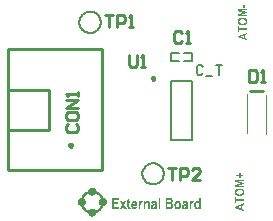
<source format=gto>
%FSTAX23Y23*%
%MOIN*%
%SFA1B1*%

%IPPOS*%
%ADD21C,0.010000*%
%ADD26C,0.009800*%
%ADD27C,0.005900*%
%ADD28C,0.001000*%
%ADD29C,0.007900*%
%ADD30C,0.003900*%
%ADD31C,0.006000*%
%LNvapeix_eeprom_test-1*%
%LPD*%
G36*
X02307Y03064D02*
X02307Y03064D01*
X02308Y03063*
X02309Y03063*
X02309Y03063*
X0231Y03062*
X0231*
X0231Y03062*
X02311Y03062*
X02311Y03061*
X02311Y03061*
X02312Y0306*
X02312Y0306*
X02312Y03059*
X02313Y03059*
Y03059*
X02313Y03058*
X02313Y03057*
X02313Y03057*
X02313Y03056*
X02313Y03054*
Y03053*
Y03036*
X02307*
Y0305*
Y0305*
Y0305*
Y03051*
Y03051*
Y03051*
X02307Y03052*
Y03053*
Y03054*
X02307Y03055*
X02307Y03055*
X02307Y03056*
Y03056*
X02307Y03056*
X02307Y03056*
X02306Y03057*
X02306Y03057*
X02306Y03058*
X02306Y03058*
X02306*
X02305Y03058*
X02305Y03058*
X02305Y03058*
X02304*
X02304Y03058*
X02303*
X02303Y03058*
X02303*
X02302Y03058*
X02302Y03058*
X02302Y03058*
X02301Y03057*
X02301Y03057*
X02301Y03057*
X023Y03057*
X023Y03056*
X023Y03056*
X023Y03055*
X02299Y03055*
Y03055*
Y03054*
X02299Y03054*
X02299Y03053*
X02299Y03053*
Y03053*
Y03052*
X02299Y03051*
Y03051*
Y0305*
Y03049*
Y03049*
Y03036*
X02293*
Y03063*
X02299*
Y03059*
X02299Y03059*
X02299Y0306*
X02299Y0306*
X023Y0306*
X023Y03061*
X02301Y03062*
X02301Y03062*
X02302Y03063*
X02302*
X02302Y03063*
X02303Y03063*
X02303Y03063*
X02304Y03063*
X02304Y03064*
X02305Y03064*
X02306Y03064*
X02306*
X02307Y03064*
G37*
G36*
X02228Y0305D02*
X02236Y03036D01*
X02229*
X02224Y03044*
X0222Y03036*
X02213*
X02221Y0305*
X02213Y03063*
X0222*
X02224Y03056*
X02228Y03063*
X02235*
X02228Y0305*
G37*
G36*
X02432Y03064D02*
X02433D01*
X02434Y03063*
X02435Y03063*
X02436Y03063*
X02437Y03063*
X02437Y03063*
X02437Y03063*
X02437Y03062*
X02438Y03062*
X02438Y03062*
X02439Y03061*
X02439Y03061*
X02439Y0306*
X02439Y0306*
X0244Y0306*
X0244Y03059*
X0244Y03059*
X0244Y03058*
X0244Y03058*
Y03058*
X0244Y03057*
X0244Y03056*
X0244Y03056*
Y03055*
Y03054*
Y03053*
Y03045*
Y03045*
Y03045*
Y03045*
Y03044*
Y03043*
Y03042*
X0244Y03042*
Y03041*
X0244Y0304*
X02441Y0304*
X02441Y03039*
X02441Y03039*
X02441Y03038*
X02441Y03038*
X02441Y03037*
X02442Y03036*
X02436*
X02435Y03039*
X02435*
X02435Y03039*
X02434Y03039*
X02434Y03038*
X02434Y03038*
X02433Y03037*
X02432Y03037*
X02432Y03037*
X02432*
X02432Y03037*
X02431Y03036*
X02431Y03036*
X0243Y03036*
X0243Y03036*
X02429Y03036*
X02428Y03036*
X02428*
X02428Y03036*
X02427Y03036*
X02426Y03036*
X02426Y03036*
X02425Y03037*
X02424Y03037*
X02423Y03038*
X02423Y03038*
X02423Y03038*
X02422Y03039*
X02422Y03039*
X02422Y0304*
X02421Y03041*
X02421Y03042*
X02421Y03044*
Y03044*
Y03044*
Y03044*
X02421Y03045*
X02421Y03046*
X02421Y03046*
X02421Y03047*
X02422Y03048*
X02422Y03048*
X02422Y03048*
X02422Y03048*
X02422Y03049*
X02423Y03049*
X02423Y03049*
X02424Y0305*
X02424Y0305*
X02424Y0305*
X02424Y0305*
X02425Y03051*
X02425Y03051*
X02426Y03051*
X02427Y03051*
X02428Y03052*
X02429Y03052*
X02429*
X02429Y03052*
X0243*
X0243Y03052*
X0243Y03052*
X02431Y03053*
X02432Y03053*
X02433Y03053*
X02434Y03054*
X02434Y03054*
X02435Y03054*
Y03054*
Y03054*
Y03055*
Y03055*
Y03056*
X02434Y03056*
X02434Y03056*
X02434Y03057*
Y03057*
X02434Y03057*
X02434Y03057*
X02433Y03058*
X02433Y03058*
X02433Y03058*
X02432Y03058*
X02432*
X02432Y03058*
X02431Y03058*
X0243*
X0243Y03058*
X0243*
X02429Y03058*
X02429Y03058*
X02428Y03058*
Y03058*
X02428Y03057*
X02428Y03057*
X02428Y03057*
X02428Y03057*
X02427Y03056*
X02427Y03056*
X02427Y03055*
X02422Y03056*
X02422Y03056*
X02422Y03056*
Y03057*
X02422Y03057*
X02422Y03057*
X02422Y03058*
X02423Y03059*
X02423Y0306*
X02424Y03061*
X02425Y03062*
X02425Y03062*
X02425Y03062*
X02426Y03062*
X02426Y03063*
X02427Y03063*
X02428Y03063*
X0243Y03064*
X02431Y03064*
X02432*
X02432Y03064*
G37*
G36*
X02483Y03036D02*
X02477D01*
Y0304*
X02477Y0304*
X02477Y0304*
X02477Y0304*
X02476Y03039*
X02476Y03038*
X02475Y03038*
X02475Y03037*
X02474Y03037*
X02474Y03037*
X02473Y03037*
X02473Y03036*
X02472Y03036*
X02472Y03036*
X02471Y03036*
X0247Y03036*
X0247*
X0247Y03036*
X02469Y03036*
X02469Y03036*
X02468Y03036*
X02467Y03037*
X02467Y03037*
X02466Y03037*
X02465Y03038*
X02465Y03038*
X02464Y03039*
X02464Y03039*
X02464Y0304*
X02464Y0304*
X02464Y0304*
X02463Y0304*
X02463Y0304*
X02463Y03041*
X02463Y03042*
X02462Y03042*
X02462Y03043*
X02462Y03044*
X02462Y03044*
X02462Y03045*
X02461Y03046*
X02461Y03047*
X02461Y03049*
Y0305*
Y0305*
Y0305*
Y03051*
Y03051*
Y03052*
X02461Y03052*
X02461Y03053*
X02461Y03054*
X02462Y03055*
X02462Y03057*
X02463Y03059*
X02463Y0306*
X02464Y0306*
X02464Y0306*
Y0306*
X02464Y03061*
X02464Y03061*
X02465Y03061*
X02466Y03062*
X02467Y03063*
X02468Y03063*
X02468Y03063*
X02469Y03064*
X0247Y03064*
X0247Y03064*
X02471*
X02471Y03064*
X02471*
X02472Y03064*
X02473Y03063*
X02473Y03063*
X02474Y03063*
X02474Y03063*
X02474Y03062*
X02475Y03062*
X02475Y03062*
X02476Y03061*
X02476Y03061*
X02477Y0306*
Y03073*
X02483*
Y03036*
G37*
G36*
X02457Y03064D02*
X02457Y03064D01*
X02458Y03063*
X02459Y03063*
X02459Y03063*
X0246Y03062*
X02458Y03056*
X02458Y03056*
X02458Y03057*
X02457Y03057*
X02457Y03057*
X02456Y03057*
X02456Y03057*
X02455Y03057*
X02455*
X02455Y03057*
X02455*
X02454Y03057*
X02454Y03057*
X02454Y03057*
X02453Y03056*
X02453Y03056*
X02453Y03056*
X02453Y03056*
X02453Y03055*
X02452Y03055*
X02452Y03054*
X02452Y03053*
Y03053*
Y03053*
Y03053*
X02452Y03053*
Y03052*
X02452Y03052*
Y03051*
Y03051*
X02452Y0305*
Y03049*
Y03049*
Y03048*
X02452Y03047*
Y03046*
Y03045*
Y03036*
X02446*
Y03063*
X02451*
Y03059*
Y03059*
X02451Y0306*
X02452Y0306*
X02452Y03061*
X02452Y03061*
X02453Y03062*
X02453Y03062*
X02454Y03063*
X02454Y03063*
X02454Y03063*
X02454Y03063*
X02454Y03063*
X02455Y03063*
X02455Y03064*
X02456*
X02456Y03064*
X02456*
X02457Y03064*
G37*
G36*
X02288D02*
X02288Y03064D01*
X02289Y03063*
X02289Y03063*
X0229Y03063*
X02291Y03062*
X02289Y03056*
X02289*
X02289Y03056*
X02288Y03057*
X02288Y03057*
X02288Y03057*
X02287Y03057*
X02287Y03057*
X02286Y03057*
X02286*
X02286Y03057*
X02286*
X02285Y03057*
X02285Y03057*
X02284Y03057*
X02284Y03056*
X02284*
X02284Y03056*
X02284Y03056*
X02284Y03056*
X02283Y03055*
X02283Y03055*
X02283Y03054*
X02283Y03053*
Y03053*
X02283Y03053*
Y03053*
X02283Y03053*
Y03052*
Y03052*
Y03051*
X02283Y03051*
Y0305*
Y03049*
X02282Y03049*
Y03048*
Y03047*
Y03046*
Y03045*
Y03036*
X02277*
Y03063*
X02282*
Y03059*
X02282Y03059*
X02282Y0306*
X02282Y0306*
X02283Y03061*
X02283Y03061*
X02284Y03062*
X02284Y03062*
X02284Y03063*
Y03063*
X02285Y03063*
X02285Y03063*
X02285Y03063*
X02286Y03063*
X02286Y03064*
X02286*
X02287Y03064*
X02287*
X02288Y03064*
G37*
G36*
X0238Y03073D02*
X02381Y03073D01*
X02382Y03073*
X02383Y03073*
X02384Y03073*
X02385Y03073*
X02385Y03072*
X02385*
X02386Y03072*
X02386Y03072*
X02386Y03072*
X02387Y03071*
X02388Y03071*
X02388Y0307*
X02389Y03069*
Y03069*
X02389Y03069*
X02389Y03068*
X02389Y03068*
X0239Y03067*
X0239Y03066*
X0239Y03065*
X0239Y03064*
Y03064*
Y03064*
X0239Y03063*
X0239Y03062*
X0239Y03062*
X0239Y03061*
X02389Y0306*
X02389Y03059*
X02389Y03059*
X02389Y03059*
X02388Y03058*
X02388Y03058*
X02388Y03057*
X02387Y03057*
X02386Y03056*
X02386Y03056*
X02386*
X02386Y03056*
X02387Y03056*
X02387Y03055*
X02388Y03055*
X02389Y03054*
X02389Y03054*
X0239Y03053*
X0239Y03053*
X0239Y03052*
X0239Y03052*
X02391Y03051*
X02391Y0305*
X02391Y03049*
X02391Y03048*
X02392Y03047*
Y03047*
Y03047*
X02391Y03046*
Y03046*
Y03046*
X02391Y03045*
X02391Y03044*
X02391Y03043*
X0239Y03041*
X0239Y0304*
X02389Y0304*
X02389Y0304*
X02389Y03039*
X02388Y03039*
X02388Y03038*
X02387Y03038*
X02386Y03037*
X02385Y03037*
X02385*
X02385Y03037*
X02385*
X02384*
X02384*
X02384Y03037*
X02383*
X02383Y03037*
X02382*
X02381*
X02381Y03036*
X0238*
X02379Y03036*
X02366*
Y03073*
X02379*
X0238Y03073*
G37*
G36*
X02407Y03064D02*
X02408D01*
X02408Y03064*
X02409Y03063*
X0241Y03063*
X0241Y03063*
X02411Y03063*
X02412Y03062*
X02412Y03062*
X02413Y03062*
X02414Y03061*
X02414Y0306*
X02415Y0306*
Y0306*
X02415Y03059*
X02415Y03059*
X02415Y03059*
X02416Y03058*
X02416Y03058*
X02416Y03057*
X02416Y03057*
X02417Y03056*
X02417Y03055*
X02417Y03055*
X02417Y03054*
X02418Y03052*
X02418Y03051*
Y0305*
Y0305*
Y03049*
Y03049*
Y03049*
Y03048*
X02418Y03047*
X02418Y03046*
X02417Y03045*
X02417Y03044*
X02416Y03042*
X02416Y03042*
X02416Y03042*
X02416Y03042*
X02416Y03041*
X02415Y03041*
X02415Y0304*
X02414Y03039*
X02413Y03038*
X02412Y03037*
X02412*
Y03037*
X02412Y03037*
X02411Y03037*
X02411Y03037*
X0241Y03036*
X02409Y03036*
X02408Y03036*
X02407Y03036*
X02406*
X02406Y03036*
X02405Y03036*
X02405Y03036*
X02404Y03036*
X02404Y03036*
X02402Y03037*
X02402Y03037*
X02401Y03037*
X024Y03038*
X024Y03038*
X02399Y03039*
X02398Y0304*
X02398*
X02398Y0304*
X02398Y0304*
X02398Y0304*
X02398Y03041*
X02397Y03041*
X02397Y03042*
X02397Y03042*
X02397Y03043*
X02396Y03044*
X02396Y03045*
X02396Y03046*
X02396Y03047*
X02395Y03048*
X02395Y03049*
Y0305*
Y0305*
Y0305*
Y0305*
Y03051*
Y03051*
X02395Y03052*
X02395Y03052*
X02396Y03054*
X02396Y03055*
X02396Y03056*
X02397Y03057*
Y03057*
X02397Y03057*
X02397Y03058*
X02397Y03058*
X02397Y03058*
X02398Y03059*
X02398Y0306*
X02399Y03061*
X024Y03061*
X02401Y03062*
X02401*
X02401Y03062*
X02402Y03063*
X02402Y03063*
X02403Y03063*
X02404Y03063*
X02405Y03064*
X02407Y03064*
X02407*
X02407Y03064*
G37*
G36*
X02262D02*
X02263D01*
X02263Y03064*
X02264Y03063*
X02266Y03063*
X02266Y03063*
X02267Y03062*
X02267Y03062*
X02268Y03061*
X02268Y03061*
X02269Y0306*
X02269*
Y0306*
X02269Y0306*
X0227Y03059*
X0227Y03059*
X0227Y03059*
X0227Y03058*
X02271Y03057*
X02271Y03056*
X02271Y03056*
X02271Y03055*
X02272Y03054*
X02272Y03053*
X02272Y03051*
X02272Y0305*
X02272Y03049*
Y03048*
X02258*
Y03048*
Y03048*
Y03047*
Y03047*
X02258Y03047*
X02258Y03046*
X02258Y03045*
X02258Y03044*
X02259Y03043*
X02259Y03043*
X02259Y03043*
X02259Y03042*
X0226Y03042*
X0226Y03042*
X02261Y03041*
X02262Y03041*
X02262Y03041*
X02262*
X02263Y03041*
X02263Y03041*
X02264Y03042*
X02264Y03042*
X02264Y03042*
X02265Y03042*
X02265Y03043*
X02265Y03043*
X02266Y03044*
X02266Y03044*
X02266Y03045*
X02272Y03044*
Y03044*
X02272Y03044*
Y03043*
X02272Y03043*
X02272Y03043*
X02271Y03042*
X02271Y03041*
X0227Y0304*
X0227Y03039*
X02269Y03039*
X02268Y03038*
X02268Y03038*
X02268Y03037*
X02267Y03037*
X02267Y03037*
X02266Y03036*
X02265Y03036*
X02263Y03036*
X02262Y03036*
X02262*
X02261Y03036*
X02261Y03036*
X02261*
X02259Y03036*
X02258Y03037*
X02258Y03037*
X02257Y03037*
X02256Y03038*
X02256Y03038*
X02255Y03038*
X02255Y03039*
X02255*
Y03039*
X02254Y03039*
X02254Y0304*
X02254Y0304*
X02254Y03041*
X02253Y03041*
X02253Y03042*
X02253Y03042*
X02253Y03043*
X02252Y03044*
X02252Y03045*
X02252Y03046*
X02252Y03047*
X02252Y03048*
Y0305*
Y0305*
Y0305*
Y03051*
X02252Y03051*
Y03052*
X02252Y03053*
X02252Y03053*
X02252Y03055*
X02253Y03056*
X02253Y03057*
X02253Y03058*
X02254Y03059*
X02254Y0306*
X02255Y0306*
X02255Y0306*
X02255Y03061*
X02255Y03061*
X02256Y03061*
X02256Y03061*
X02257Y03062*
X02258Y03063*
X02259Y03063*
X02259Y03063*
X0226Y03064*
X02261Y03064*
X02262Y03064*
X02262*
X02262Y03064*
G37*
G36*
X02245Y03063D02*
X02249D01*
Y03058*
X02245*
Y03047*
Y03047*
Y03047*
Y03046*
Y03046*
Y03046*
Y03045*
X02245Y03044*
Y03044*
X02245Y03043*
Y03043*
Y03043*
X02246Y03043*
X02246Y03042*
X02246Y03042*
X02246Y03042*
X02246Y03042*
X02247Y03042*
X02247*
X02247Y03042*
X02247Y03042*
X02248*
X02248Y03042*
X02249Y03042*
X02249Y03042*
X0225Y03037*
X0225Y03037*
X02249Y03037*
X02249Y03037*
X02248Y03036*
X02248Y03036*
X02247Y03036*
X02246Y03036*
X02245Y03036*
X02245*
X02244Y03036*
X02244Y03036*
X02243Y03036*
X02243Y03036*
X02242Y03037*
X02242Y03037*
X02241*
X02241Y03037*
X02241Y03037*
X02241Y03038*
X02241Y03038*
X0224Y03039*
X0224Y03039*
X0224Y0304*
Y0304*
Y0304*
X0224Y03041*
Y03041*
X0224Y03042*
Y03042*
Y03042*
Y03043*
Y03044*
X02239Y03044*
Y03045*
Y03046*
Y03058*
X02237*
Y03063*
X02239*
Y03068*
X02245Y03073*
Y03063*
G37*
G36*
X02348Y03036D02*
X02343D01*
Y03073*
X02348*
Y03036*
G37*
G36*
X02329Y03064D02*
X0233D01*
X02331Y03063*
X02332Y03063*
X02332Y03063*
X02333Y03063*
X02333Y03063*
X02334Y03063*
X02334Y03062*
X02334Y03062*
X02335Y03062*
X02335Y03061*
X02336Y03061*
X02336Y0306*
Y0306*
X02336Y0306*
X02336Y03059*
X02336Y03059*
Y03058*
X02337Y03058*
X02337Y03058*
Y03057*
X02337Y03056*
Y03056*
Y03055*
X02337Y03054*
Y03053*
X02337Y03045*
Y03045*
Y03045*
Y03045*
Y03044*
X02337Y03043*
Y03042*
Y03042*
X02337Y03041*
X02337Y0304*
Y0304*
X02337Y03039*
X02337Y03039*
X02338Y03038*
X02338Y03038*
X02338Y03037*
X02338Y03036*
X02332*
X02332Y03039*
X02331Y03039*
X02331Y03039*
X02331Y03038*
X0233Y03038*
X0233Y03037*
X02329Y03037*
X02328Y03037*
X02328*
X02328Y03037*
X02328Y03036*
X02327Y03036*
X02327Y03036*
X02326Y03036*
X02326Y03036*
X02325Y03036*
X02325*
X02324Y03036*
X02324Y03036*
X02323Y03036*
X02322Y03036*
X02321Y03037*
X0232Y03037*
X0232Y03038*
X02319Y03038*
X02319Y03038*
X02319Y03039*
X02319Y03039*
X02318Y0304*
X02318Y03041*
X02318Y03042*
X02318Y03044*
Y03044*
Y03044*
X02318Y03044*
Y03045*
X02318Y03046*
X02318Y03046*
X02318Y03047*
X02318Y03048*
Y03048*
X02319Y03048*
X02319Y03048*
X02319Y03049*
X02319Y03049*
X0232Y03049*
X0232Y0305*
X02321Y0305*
X02321Y0305*
X02321Y0305*
X02321Y03051*
X02322Y03051*
X02323Y03051*
X02323Y03051*
X02324Y03052*
X02326Y03052*
X02326*
X02326*
X02326Y03052*
X02326*
X02327Y03052*
X02327Y03052*
X02328Y03053*
X02329Y03053*
X0233Y03053*
X02331Y03054*
X02331Y03054*
X02331Y03054*
Y03054*
Y03054*
Y03055*
X02331Y03055*
Y03056*
Y03056*
X02331Y03056*
X02331Y03057*
X02331Y03057*
X02331Y03057*
X0233Y03057*
X0233Y03058*
X0233*
X0233Y03058*
X02329Y03058*
X02329Y03058*
X02329*
X02328Y03058*
X02328Y03058*
X02327*
X02327Y03058*
X02326*
X02326Y03058*
X02325Y03058*
X02325Y03058*
X02325Y03058*
X02325Y03057*
X02325Y03057*
X02324Y03057*
X02324Y03057*
X02324Y03056*
X02324Y03056*
X02323Y03055*
X02318Y03056*
Y03056*
X02318Y03056*
X02318Y03057*
X02319Y03057*
X02319Y03057*
X02319Y03058*
X02319Y03059*
X0232Y0306*
X02321Y03061*
X02321Y03062*
X02321Y03062*
X02322Y03062*
X02322Y03062*
X02323Y03063*
X02324Y03063*
X02325Y03063*
X02326Y03064*
X02328Y03064*
X02328*
X02329Y03064*
G37*
G36*
X0221Y03067D02*
X02194D01*
Y03059*
X02209*
Y03053*
X02194*
Y03043*
X02211*
Y03036*
X02188*
Y03073*
X0221*
Y03067*
G37*
G36*
X02639Y03619D02*
X02632Y03617D01*
Y03606*
X02639Y03604*
Y03599*
X02607Y03609*
Y03615*
X02639Y03625*
Y03619*
G37*
G36*
X02614Y03105D02*
X02615D01*
X02616Y03105*
X02616Y03105*
X02617Y03105*
X02618Y03105*
X02619Y03105*
X0262Y03104*
X02622Y03104*
X02623Y03103*
X02624Y03103*
X02624Y03102*
X02625Y03102*
X02625Y03102*
X02626Y03101*
X02626Y03101*
X02626Y03101*
X02626Y03101*
X02627Y031*
X02627Y031*
X02627Y03099*
X02628Y03099*
X02628Y03098*
X02628Y03097*
X02629Y03096*
X02629Y03096*
X02629Y03095*
X02629Y03094*
Y03093*
Y03092*
Y03092*
Y03092*
X02629Y03091*
X02629Y03091*
X02629Y0309*
X02629Y03089*
X02629Y03089*
X02628Y03088*
X02628Y03087*
X02628Y03086*
X02627Y03086*
X02627Y03085*
X02626Y03084*
X02625Y03084*
X02625Y03084*
X02625Y03084*
X02625Y03083*
X02625Y03083*
X02624Y03083*
X02624Y03083*
X02623Y03082*
X02622Y03082*
X02621Y03081*
X0262Y03081*
X02619Y03081*
X02618Y03081*
X02617Y0308*
X02616Y0308*
X02615Y0308*
X02613Y0308*
X02613*
X02612Y0308*
X02612*
X02611*
X0261Y0308*
X0261*
X02608Y0308*
X02607Y03081*
X02605Y03081*
X02604Y03081*
X02604Y03082*
X02604Y03082*
X02603Y03082*
X02603Y03082*
X02603Y03082*
X02602Y03082*
X02602Y03083*
X02601Y03083*
X026Y03084*
X02599Y03085*
X02598Y03086*
X02598Y03086*
X02598Y03086*
Y03086*
X02598Y03087*
X02598Y03087*
X02597Y03087*
X02597Y03088*
X02597Y03089*
X02597Y0309*
X02596Y03091*
X02596Y03093*
Y03093*
Y03093*
Y03093*
Y03094*
X02596Y03094*
X02597Y03095*
X02597Y03095*
X02597Y03096*
X02597Y03097*
X02597Y03097*
X02598Y03098*
X02598Y03099*
X02599Y031*
X02599Y031*
X026Y03101*
X02601Y03102*
Y03102*
X02601Y03102*
X02601Y03102*
X02601Y03102*
X02602Y03103*
X02602Y03103*
X02603Y03103*
X02604Y03104*
X02605Y03104*
X02606Y03104*
X02607Y03105*
X02608Y03105*
X02609Y03105*
X0261Y03105*
X02611Y03105*
X02613Y03105*
X02614*
X02614Y03105*
G37*
G36*
X02639Y03699D02*
X02614D01*
X02639Y03694*
Y03689*
X02614Y03684*
X02639*
Y03679*
X02607*
Y03687*
X02629Y03691*
X02607Y03696*
Y03704*
X02639*
Y03699*
G37*
G36*
X02602Y0307D02*
X02629D01*
Y03065*
X02602*
Y03057*
X02597*
Y03078*
X02602*
Y0307*
G37*
G36*
X0263Y03708D02*
X02624D01*
Y03718*
X0263*
Y03708*
G37*
G36*
X02629Y0305D02*
X02622Y03048D01*
Y03037*
X02629Y03035*
Y0303*
X02597Y0304*
Y03045*
X02629Y03056*
Y0305*
G37*
G36*
X02612Y03639D02*
X02639D01*
Y03634*
X02612*
Y03626*
X02607*
Y03647*
X02612*
Y03639*
G37*
G36*
X02616Y0315D02*
X02624D01*
Y03146*
X02616*
Y03139*
X0261*
Y03146*
X02602*
Y0315*
X0261*
Y03157*
X02616*
Y0315*
G37*
G36*
X02624Y03675D02*
X02625D01*
X02626Y03674*
X02626Y03674*
X02627Y03674*
X02628Y03674*
X02629Y03674*
X0263Y03673*
X02632Y03673*
X02633Y03673*
X02634Y03672*
X02634Y03671*
X02635Y03671*
X02635Y03671*
X02636Y03671*
X02636Y0367*
X02636Y0367*
X02636Y0367*
X02637Y03669*
X02637Y03669*
X02637Y03668*
X02638Y03668*
X02638Y03667*
X02638Y03666*
X02639Y03666*
X02639Y03665*
X02639Y03664*
X02639Y03663*
Y03662*
Y03662*
Y03661*
Y03661*
X02639Y0366*
X02639Y0366*
X02639Y03659*
X02639Y03659*
X02639Y03658*
X02638Y03657*
X02638Y03656*
X02638Y03656*
X02637Y03655*
X02637Y03654*
X02636Y03654*
X02635Y03653*
X02635*
X02635Y03653*
X02635Y03653*
X02635Y03652*
X02634Y03652*
X02634Y03652*
X02633Y03651*
X02632Y03651*
X02631Y03651*
X0263Y0365*
X02629Y0365*
X02628Y0365*
X02627Y03649*
X02626Y03649*
X02625Y03649*
X02623*
X02623*
X02622*
X02622*
X02621Y03649*
X0262*
X0262Y03649*
X02618Y0365*
X02617Y0365*
X02615Y0365*
X02614Y03651*
X02614Y03651*
X02614Y03651*
X02613*
X02613Y03651*
X02613Y03651*
X02612Y03651*
X02612Y03652*
X02611Y03653*
X0261Y03653*
X02609Y03654*
X02608Y03655*
X02608Y03655*
X02608Y03655*
Y03656*
X02608Y03656*
X02608Y03656*
X02607Y03657*
X02607Y03657*
X02607Y03658*
X02607Y03659*
X02606Y0366*
X02606Y03662*
Y03662*
Y03662*
Y03662*
Y03663*
X02606Y03663*
X02607Y03664*
X02607Y03664*
X02607Y03665*
X02607Y03666*
X02607Y03667*
X02608Y03667*
X02608Y03668*
X02609Y03669*
X02609Y0367*
X0261Y0367*
X02611Y03671*
X02611Y03671*
X02611Y03671*
X02611Y03672*
X02612Y03672*
X02612Y03672*
X02613Y03673*
X02614Y03673*
X02615Y03673*
X02616Y03673*
X02617Y03674*
X02618Y03674*
X02619Y03674*
X0262Y03674*
X02621Y03675*
X02623*
X02624*
X02624*
G37*
G36*
X02629Y0313D02*
X02604D01*
X02629Y03125*
Y0312*
X02604Y03114*
X02629*
Y03109*
X02597*
Y03117*
X02619Y03122*
X02597Y03127*
Y03135*
X02629*
Y0313*
G37*
%LNvapeix_eeprom_test-2*%
%LPC*%
G36*
X02435Y03049D02*
D01*
X02434Y03049*
X02434*
X02434Y03049*
X02433Y03049*
X02433Y03049*
X02432Y03048*
X02431Y03048*
X02431*
X02431Y03048*
X0243Y03048*
X0243Y03048*
X02429Y03047*
X02428Y03047*
X02428Y03047*
X02428Y03047*
X02428Y03047*
X02427Y03046*
X02427Y03046*
X02427Y03046*
X02427Y03046*
X02427Y03045*
Y03045*
X02427Y03044*
Y03044*
X02427Y03044*
Y03043*
X02427Y03043*
X02427Y03043*
X02427Y03042*
X02428Y03042*
X02428Y03042*
X02428Y03042*
X02428Y03041*
X02428Y03041*
X02429Y03041*
X02429Y03041*
X0243Y03041*
X0243Y03041*
X0243*
X0243Y03041*
X02431*
X02431Y03041*
X02432Y03041*
X02432Y03041*
X02432Y03042*
Y03042*
X02433Y03042*
X02433Y03042*
X02433Y03042*
X02434Y03043*
X02434Y03043*
X02434Y03044*
Y03044*
X02434Y03044*
X02434Y03045*
X02434Y03045*
X02435Y03046*
Y03047*
Y03048*
Y03049*
G37*
G36*
X02472Y03058D02*
X02472D01*
X02472Y03058*
X02471*
X02471Y03058*
X0247Y03058*
X0247Y03057*
X02469Y03057*
X02468Y03056*
X02468Y03056*
X02468Y03056*
X02468Y03055*
X02468Y03055*
X02468Y03054*
X02467Y03053*
X02467Y03052*
X02467Y0305*
Y0305*
Y0305*
Y0305*
Y0305*
X02467Y03049*
Y03048*
X02467Y03047*
X02467Y03046*
X02467Y03046*
X02468Y03045*
X02468*
Y03045*
X02468Y03044*
X02468Y03044*
X02469Y03043*
X02469Y03043*
X02469Y03042*
Y03042*
X0247*
X0247Y03042*
X0247Y03042*
X02471Y03042*
X02471Y03042*
X02472Y03041*
X02472Y03041*
X02472*
X02472Y03041*
X02473*
X02473Y03042*
X02474Y03042*
X02474Y03042*
X02475Y03043*
X02475Y03043*
X02475Y03043*
X02475Y03044*
X02476Y03044*
X02476Y03045*
X02476Y03046*
X02476Y03047*
X02477Y03048*
Y0305*
Y0305*
Y0305*
Y0305*
Y0305*
Y03051*
Y03051*
X02477Y03052*
X02476Y03053*
X02476Y03054*
X02476Y03055*
X02476Y03056*
X02475Y03056*
X02475Y03056*
X02475Y03057*
X02475Y03057*
X02474Y03057*
X02474Y03058*
X02473Y03058*
X02473Y03058*
X02472Y03058*
G37*
G36*
X02378Y03067D02*
X02372D01*
Y03059*
X02378*
X02379Y03059*
X0238*
X02381*
X02381*
X02381Y03059*
X02381*
X02382Y03059*
X02382Y03059*
X02382Y03059*
X02383Y0306*
X02383Y0306*
X02383*
X02383Y0306*
X02383Y0306*
X02384Y03061*
X02384Y03061*
X02384Y03062*
X02384Y03062*
Y03063*
Y03063*
Y03063*
Y03064*
X02384Y03064*
X02384Y03065*
X02384Y03065*
X02383Y03066*
X02383Y03066*
Y03066*
X02383Y03066*
X02383Y03066*
X02382Y03067*
X02382Y03067*
X02382Y03067*
X02381Y03067*
X02381*
X02381*
X0238Y03067*
X0238*
X02379*
X02379*
X02378Y03067*
G37*
G36*
X02379Y03053D02*
X02372D01*
Y03043*
X02379*
X0238*
X02381Y03043*
X02381*
X02382Y03043*
X02382Y03043*
X02383Y03043*
X02383*
X02383Y03043*
X02383Y03043*
X02384Y03044*
X02384Y03044*
X02384Y03044*
X02384Y03045*
X02385Y03045*
X02385Y03045*
X02385Y03045*
X02385Y03046*
X02385Y03046*
X02385Y03047*
Y03047*
Y03048*
Y03048*
X02385Y03048*
X02385Y03049*
X02385Y03049*
X02385Y0305*
X02384Y0305*
Y0305*
X02384Y03051*
X02384Y03051*
X02384Y03051*
X02384Y03051*
X02383Y03052*
X02383Y03052*
X02382Y03052*
X02382*
X02382*
X02382Y03052*
X02381Y03052*
X02381Y03052*
X0238Y03052*
X02379*
X02379Y03053*
G37*
G36*
X02407Y03058D02*
X02406D01*
X02406*
X02406Y03058*
X02405Y03058*
X02405Y03057*
X02404Y03057*
X02403Y03057*
X02403Y03056*
X02403Y03056*
X02402Y03055*
X02402Y03055*
X02402Y03054*
X02402Y03053*
X02401Y03052*
X02401Y03051*
X02401Y0305*
Y0305*
Y03049*
Y03049*
X02401Y03049*
Y03048*
X02401Y03047*
X02402Y03046*
X02402Y03045*
X02402Y03044*
X02403Y03044*
X02403Y03043*
X02403Y03043*
X02403Y03043*
X02404Y03043*
X02404Y03042*
X02405Y03042*
X02406Y03042*
X02407Y03042*
X02407*
X02407Y03042*
X02407*
X02408Y03042*
X02408Y03042*
X02409Y03042*
X0241Y03043*
X0241Y03044*
X0241Y03044*
X02411Y03044*
X02411Y03045*
X02411Y03045*
X02411Y03046*
X02412Y03047*
X02412Y03048*
X02412Y0305*
Y0305*
Y0305*
Y0305*
Y0305*
X02412Y03051*
Y03051*
X02412Y03052*
X02412Y03053*
X02411Y03054*
X02411Y03055*
X0241Y03056*
Y03056*
X0241Y03056*
X0241Y03056*
X02409Y03057*
X02409Y03057*
X02408Y03058*
X02407Y03058*
X02407Y03058*
G37*
G36*
X02262Y03058D02*
X02262D01*
X02261Y03058*
X02261Y03058*
X0226Y03058*
X0226Y03058*
X02259Y03057*
X02259Y03057*
Y03057*
X02259Y03056*
X02259Y03056*
X02258Y03055*
X02258Y03055*
X02258Y03054*
X02258Y03053*
Y03052*
X02266*
Y03052*
Y03052*
Y03052*
Y03053*
X02266Y03053*
X02266Y03054*
X02266Y03055*
X02266Y03055*
X02265Y03056*
X02265Y03057*
X02265Y03057*
X02265Y03057*
X02265Y03057*
X02264Y03058*
X02264Y03058*
X02263Y03058*
X02263Y03058*
X02262Y03058*
G37*
G36*
X02331Y03049D02*
X02331D01*
X02331Y03049*
X02331*
X0233Y03049*
X0233Y03049*
X02329Y03049*
X02329Y03048*
X02328Y03048*
X02328*
X02327Y03048*
X02327Y03048*
X02326Y03048*
X02326Y03047*
X02325Y03047*
X02325Y03047*
X02324Y03047*
X02324Y03047*
Y03046*
X02324Y03046*
X02324Y03046*
X02324Y03046*
X02324Y03045*
X02323Y03045*
Y03044*
Y03044*
Y03044*
X02324Y03043*
X02324Y03043*
X02324Y03043*
X02324Y03042*
X02324Y03042*
Y03042*
X02324Y03042*
X02325Y03041*
X02325Y03041*
X02325Y03041*
X02326Y03041*
X02326Y03041*
X02327Y03041*
X02327*
X02327Y03041*
X02327*
X02328Y03041*
X02328Y03041*
X02329Y03041*
X02329Y03042*
X02329Y03042*
X02329Y03042*
X02329Y03042*
X0233Y03042*
X0233Y03043*
X02331Y03043*
X02331Y03044*
Y03044*
X02331Y03044*
X02331Y03045*
Y03045*
X02331Y03046*
X02331Y03047*
Y03048*
Y03049*
G37*
G36*
X02626Y03615D02*
X02614Y03612D01*
X02626Y03608*
Y03615*
G37*
G36*
X02614Y031D02*
X02612D01*
X02612Y031*
X02611*
X02611*
X0261Y031*
X0261Y031*
X02608Y03099*
X02607Y03099*
X02606Y03099*
X02605Y03098*
X02605Y03098*
X02604*
X02604Y03098*
X02604Y03098*
X02604Y03097*
X02603Y03097*
X02603Y03096*
X02602Y03095*
X02602Y03094*
X02602Y03094*
Y03093*
X02602Y03093*
Y03093*
Y03092*
X02602Y03092*
Y03092*
X02602Y03092*
X02602Y03091*
X02603Y0309*
X02603Y0309*
X02603Y03089*
X02603Y03089*
X02604Y03088*
X02604Y03088*
X02605Y03087*
X02605*
X02605Y03087*
X02605Y03087*
X02605Y03087*
X02605Y03087*
X02606Y03087*
X02606Y03087*
X02607Y03086*
X02607Y03086*
X02608Y03086*
X02608Y03086*
X02609Y03086*
X0261Y03086*
X02611Y03086*
X02612*
X02613Y03085*
X02613*
X02614Y03086*
X02614*
X02615*
X02615Y03086*
X02616Y03086*
X02617Y03086*
X02619Y03086*
X0262Y03087*
X02621Y03087*
X02621Y03088*
X02621*
Y03088*
X02621Y03088*
X02622Y03088*
X02622Y03088*
X02622Y03089*
X02623Y0309*
X02623Y03091*
X02624Y03091*
X02624Y03092*
X02624Y03092*
X02624Y03093*
Y03093*
Y03093*
Y03093*
X02624Y03093*
Y03094*
X02624Y03094*
X02623Y03094*
X02623Y03095*
X02623Y03096*
X02623Y03096*
X02622Y03097*
X02622Y03097*
X02622Y03097*
X02621Y03098*
X02621*
X02621Y03098*
X02621Y03098*
X02621Y03098*
X0262Y03098*
X0262Y03099*
X0262Y03099*
X02619Y03099*
X02618Y03099*
X02618Y03099*
X02617Y03099*
X02616Y031*
X02616Y031*
X02615Y031*
X02614Y031*
G37*
G36*
X02616Y03046D02*
X02604Y03043D01*
X02616Y03039*
Y03046*
G37*
G36*
X02624Y03669D02*
X02622D01*
X02622Y03669*
X02621*
X02621*
X0262Y03669*
X0262Y03669*
X02618Y03669*
X02617Y03668*
X02616Y03668*
X02615Y03667*
X02615Y03667*
X02614Y03667*
X02614Y03667*
X02614Y03667*
X02614Y03666*
X02613Y03666*
X02613Y03665*
X02612Y03664*
X02612Y03664*
X02612Y03663*
Y03662*
X02612Y03662*
Y03662*
Y03662*
X02612Y03661*
Y03661*
X02612Y03661*
X02612Y0366*
X02613Y03659*
X02613Y03659*
X02613Y03658*
X02613Y03658*
X02614Y03657*
X02614Y03657*
X02615Y03657*
X02615*
X02615Y03657*
X02615Y03656*
X02615Y03656*
X02615Y03656*
X02616Y03656*
X02616Y03656*
X02617Y03656*
X02617Y03655*
X02618Y03655*
X02618Y03655*
X02619Y03655*
X0262Y03655*
X02621Y03655*
X02622Y03655*
X02623*
X02623*
X02624*
X02624*
X02625Y03655*
X02625Y03655*
X02626Y03655*
X02627Y03655*
X02629Y03656*
X0263Y03656*
X02631Y03656*
X02631Y03657*
X02631*
Y03657*
X02631Y03657*
X02632Y03657*
X02632Y03658*
X02632Y03658*
X02633Y03659*
X02633Y0366*
X02634Y0366*
X02634Y03661*
X02634Y03661*
X02634Y03662*
Y03662*
Y03662*
Y03662*
X02634Y03662*
Y03663*
X02634Y03663*
X02633Y03664*
X02633Y03665*
X02633Y03665*
X02633Y03665*
X02632Y03666*
X02632Y03666*
X02632Y03667*
X02631Y03667*
X02631*
X02631Y03667*
X02631Y03667*
X02631Y03667*
X0263Y03668*
X0263Y03668*
X0263Y03668*
X02629Y03668*
X02628Y03668*
X02628Y03668*
X02627Y03669*
X02626Y03669*
X02626Y03669*
X02625Y03669*
X02624Y03669*
G37*
%LNvapeix_eeprom_test-3*%
%LPD*%
G54D21*
X01841Y0357D02*
X02154D01*
X01841Y03166D02*
Y0357D01*
X01841Y03434D02*
X01976D01*
Y033D02*
Y03434D01*
X01842Y033D02*
X01976D01*
X02154Y03166D02*
Y0357D01*
X01841Y03166D02*
X02154D01*
X02648Y0343D02*
X02692D01*
X02042Y03321D02*
X02035Y03314D01*
Y03301*
X02042Y03295*
X02068*
X02075Y03301*
Y03314*
X02068Y03321*
X02035Y03354D02*
Y0334D01*
X02042Y03334*
X02068*
X02075Y0334*
Y03354*
X02068Y0336*
X02042*
X02035Y03354*
X02075Y03373D02*
X02035D01*
X02075Y034*
X02035*
X02075Y03413D02*
Y03426D01*
Y03419*
X02035*
X02042Y03413*
X02245Y03549D02*
Y03516D01*
X02251Y0351*
X02264*
X02271Y03516*
Y03549*
X02284Y0351D02*
X02297D01*
X0229*
Y03549*
X02284Y03542*
X02375Y03174D02*
X02401D01*
X02388*
Y03135*
X02414D02*
Y03174D01*
X02434*
X0244Y03167*
Y03154*
X02434Y03148*
X02414*
X0248Y03135D02*
X02453D01*
X0248Y03161*
Y03167*
X02473Y03174*
X0246*
X02453Y03167*
X02165Y03684D02*
X02191D01*
X02178*
Y03645*
X02204D02*
Y03684D01*
X02224*
X0223Y03677*
Y03664*
X02224Y03658*
X02204*
X02243Y03645D02*
X02256D01*
X0225*
Y03684*
X02243Y03677*
X02645Y03499D02*
Y0346D01*
X02664*
X02671Y03466*
Y03492*
X02664Y03499*
X02645*
X02684Y0346D02*
X02697D01*
X0269*
Y03499*
X02684Y03492*
X02421Y03622D02*
X02414Y03629D01*
X02401*
X02395Y03622*
Y03596*
X02401Y0359*
X02414*
X02421Y03596*
X02434Y0359D02*
X02447D01*
X0244*
Y03629*
X02434Y03622*
G54D26*
X02054Y0325D02*
D01*
X02054Y0325*
X02054Y0325*
X02054Y03251*
X02054Y03251*
X02054Y03251*
X02054Y03251*
X02054Y03252*
X02054Y03252*
X02053Y03252*
X02053Y03253*
X02053Y03253*
X02053Y03253*
X02053Y03253*
X02052Y03254*
X02052Y03254*
X02052Y03254*
X02051Y03254*
X02051Y03254*
X02051Y03254*
X0205Y03254*
X0205Y03254*
X0205Y03254*
X02049*
X02049Y03254*
X02049Y03254*
X02048Y03254*
X02048Y03254*
X02048Y03254*
X02047Y03254*
X02047Y03254*
X02047Y03254*
X02046Y03253*
X02046Y03253*
X02046Y03253*
X02046Y03253*
X02046Y03252*
X02045Y03252*
X02045Y03252*
X02045Y03251*
X02045Y03251*
X02045Y03251*
X02045Y03251*
X02045Y0325*
X02045Y0325*
X02045Y0325*
X02045Y03249*
X02045Y03249*
X02045Y03248*
X02045Y03248*
X02045Y03248*
X02045Y03248*
X02045Y03247*
X02045Y03247*
X02046Y03247*
X02046Y03246*
X02046Y03246*
X02046Y03246*
X02046Y03246*
X02047Y03245*
X02047Y03245*
X02047Y03245*
X02048Y03245*
X02048Y03245*
X02048Y03245*
X02049Y03245*
X02049Y03245*
X02049Y03245*
X0205*
X0205Y03245*
X0205Y03245*
X02051Y03245*
X02051Y03245*
X02051Y03245*
X02052Y03245*
X02052Y03245*
X02052Y03245*
X02053Y03246*
X02053Y03246*
X02053Y03246*
X02053Y03246*
X02053Y03247*
X02054Y03247*
X02054Y03247*
X02054Y03248*
X02054Y03248*
X02054Y03248*
X02054Y03248*
X02054Y03249*
X02054Y03249*
X02054Y0325*
X02329Y03473D02*
D01*
X02329Y03473*
X02329Y03474*
X02329Y03474*
X02329Y03474*
X02329Y03475*
X02329Y03475*
X02329Y03475*
X02329Y03476*
X02328Y03476*
X02328Y03476*
X02328Y03476*
X02328Y03477*
X02328Y03477*
X02327Y03477*
X02327Y03477*
X02327Y03477*
X02326Y03478*
X02326Y03478*
X02326Y03478*
X02325Y03478*
X02325Y03478*
X02325Y03478*
X02324*
X02324Y03478*
X02324Y03478*
X02323Y03478*
X02323Y03478*
X02323Y03478*
X02322Y03477*
X02322Y03477*
X02322Y03477*
X02321Y03477*
X02321Y03477*
X02321Y03476*
X02321Y03476*
X02321Y03476*
X0232Y03476*
X0232Y03475*
X0232Y03475*
X0232Y03475*
X0232Y03474*
X0232Y03474*
X0232Y03474*
X0232Y03473*
X0232Y03473*
X0232Y03473*
X0232Y03472*
X0232Y03472*
X0232Y03472*
X0232Y03471*
X0232Y03471*
X0232Y03471*
X0232Y0347*
X02321Y0347*
X02321Y0347*
X02321Y0347*
X02321Y03469*
X02321Y03469*
X02322Y03469*
X02322Y03469*
X02322Y03469*
X02323Y03468*
X02323Y03468*
X02323Y03468*
X02324Y03468*
X02324Y03468*
X02324Y03468*
X02325*
X02325Y03468*
X02325Y03468*
X02326Y03468*
X02326Y03468*
X02326Y03468*
X02327Y03469*
X02327Y03469*
X02327Y03469*
X02328Y03469*
X02328Y03469*
X02328Y0347*
X02328Y0347*
X02328Y0347*
X02329Y0347*
X02329Y03471*
X02329Y03471*
X02329Y03471*
X02329Y03472*
X02329Y03472*
X02329Y03472*
X02329Y03473*
X02329Y03473*
G54D27*
X0236Y03155D02*
D01*
X0236Y03157*
X0236Y03159*
X02359Y03162*
X02359Y03164*
X02358Y03167*
X02357Y03169*
X02356Y03171*
X02355Y03173*
X02353Y03175*
X02352Y03177*
X0235Y03179*
X02348Y03181*
X02346Y03182*
X02344Y03184*
X02342Y03185*
X0234Y03186*
X02338Y03187*
X02335Y03188*
X02333Y03189*
X02331Y03189*
X02328Y0319*
X02326Y0319*
X02323*
X02321Y0319*
X02318Y03189*
X02316Y03189*
X02314Y03188*
X02311Y03187*
X02309Y03186*
X02307Y03185*
X02305Y03184*
X02303Y03182*
X02301Y03181*
X02299Y03179*
X02297Y03177*
X02296Y03175*
X02294Y03173*
X02293Y03171*
X02292Y03169*
X02291Y03167*
X0229Y03164*
X0229Y03162*
X02289Y03159*
X02289Y03157*
X02289Y03155*
X02289Y03152*
X02289Y0315*
X0229Y03147*
X0229Y03145*
X02291Y03142*
X02292Y0314*
X02293Y03138*
X02294Y03136*
X02296Y03134*
X02297Y03132*
X02299Y0313*
X02301Y03128*
X02303Y03127*
X02305Y03125*
X02307Y03124*
X02309Y03123*
X02311Y03122*
X02314Y03121*
X02316Y0312*
X02318Y0312*
X02321Y03119*
X02323Y03119*
X02326*
X02328Y03119*
X02331Y0312*
X02333Y0312*
X02335Y03121*
X02338Y03122*
X0234Y03123*
X02342Y03124*
X02344Y03125*
X02346Y03127*
X02348Y03128*
X0235Y0313*
X02352Y03132*
X02353Y03134*
X02355Y03136*
X02356Y03138*
X02357Y0314*
X02358Y03142*
X02359Y03145*
X02359Y03147*
X0236Y0315*
X0236Y03152*
X0236Y03155*
X0215Y0366D02*
D01*
X0215Y03662*
X0215Y03664*
X02149Y03667*
X02149Y03669*
X02148Y03672*
X02147Y03674*
X02146Y03676*
X02145Y03678*
X02143Y0368*
X02142Y03682*
X0214Y03684*
X02138Y03686*
X02136Y03687*
X02134Y03689*
X02132Y0369*
X0213Y03691*
X02128Y03692*
X02125Y03693*
X02123Y03694*
X02121Y03694*
X02118Y03695*
X02116Y03695*
X02113*
X02111Y03695*
X02108Y03694*
X02106Y03694*
X02104Y03693*
X02101Y03692*
X02099Y03691*
X02097Y0369*
X02095Y03689*
X02093Y03687*
X02091Y03686*
X02089Y03684*
X02087Y03682*
X02086Y0368*
X02084Y03678*
X02083Y03676*
X02082Y03674*
X02081Y03672*
X0208Y03669*
X0208Y03667*
X02079Y03664*
X02079Y03662*
X02079Y0366*
X02079Y03657*
X02079Y03655*
X0208Y03652*
X0208Y0365*
X02081Y03647*
X02082Y03645*
X02083Y03643*
X02084Y03641*
X02086Y03639*
X02087Y03637*
X02089Y03635*
X02091Y03633*
X02093Y03632*
X02095Y0363*
X02097Y03629*
X02099Y03628*
X02101Y03627*
X02104Y03626*
X02106Y03625*
X02108Y03625*
X02111Y03624*
X02113Y03624*
X02116*
X02118Y03624*
X02121Y03625*
X02123Y03625*
X02125Y03626*
X02128Y03627*
X0213Y03628*
X02132Y03629*
X02134Y0363*
X02136Y03632*
X02138Y03633*
X0214Y03635*
X02142Y03637*
X02143Y03639*
X02145Y03641*
X02146Y03643*
X02147Y03645*
X02148Y03647*
X02149Y0365*
X02149Y03652*
X0215Y03655*
X0215Y03657*
X0215Y0366*
G54D28*
X02118Y03015D02*
X02122D01*
X02115Y03016D02*
X02125D01*
X02114Y03017D02*
X02126D01*
X02112Y03018D02*
X02128D01*
X02111Y03019D02*
X02129D01*
X0211Y0302D02*
X02129D01*
X0211Y03021D02*
X0213D01*
X02109Y03022D02*
X02131D01*
X02109Y03023D02*
X02131D01*
X02108Y03024D02*
X02131D01*
X02108Y03025D02*
X02132D01*
X02108Y03026D02*
X02132D01*
X02106Y03027D02*
X02134D01*
X02104Y03028D02*
X02136D01*
X02102Y03029D02*
X02138D01*
X021Y0303D02*
X0214D01*
X02132Y03031D02*
X02141D01*
X02109D02*
X0213D01*
X02099D02*
X02108D01*
X02134Y03032D02*
X02143D01*
X0211D02*
X0213D01*
X02097D02*
X02106D01*
X02136Y03033D02*
X02144D01*
X0211D02*
X02129D01*
X02096D02*
X02104D01*
X02138Y03034D02*
X02145D01*
X02111D02*
X02129D01*
X02095D02*
X02102D01*
X02139Y03035D02*
X02146D01*
X02112D02*
X02128D01*
X02094D02*
X02101D01*
X0214Y03036D02*
X02147D01*
X02113D02*
X02126D01*
X02093D02*
X02099D01*
X02142Y03037D02*
X02148D01*
X02115D02*
X02125D01*
X02092D02*
X02098D01*
X02143Y03038D02*
X02149D01*
X02118D02*
X02122D01*
X02091D02*
X02097D01*
X02144Y03039D02*
X0215D01*
X0209D02*
X02096D01*
X02145Y0304D02*
X0215D01*
X02089D02*
X02095D01*
X02146Y03041D02*
X02151D01*
X02089D02*
X02094D01*
X02146Y03042D02*
X02152D01*
X02088D02*
X02094D01*
X02147Y03043D02*
X02152D01*
X02088D02*
X02093D01*
X02148Y03044D02*
X02153D01*
X02087D02*
X02092D01*
X02148Y03045D02*
X02153D01*
X02086D02*
X02092D01*
X02149Y03046D02*
X02154D01*
X02086D02*
X02091D01*
X02149Y03047D02*
X02155D01*
X02086D02*
X0209D01*
X0215Y03048D02*
X02155D01*
X02085D02*
X0209D01*
X0215Y03049D02*
X02155D01*
X02085D02*
X0209D01*
X02151Y0305D02*
X02156D01*
X02083D02*
X02089D01*
X0215Y03051D02*
X0216D01*
X0208D02*
X02089D01*
X02148Y03052D02*
X02162D01*
X02078D02*
X02091D01*
X02147Y03053D02*
X02163D01*
X02077D02*
X02093D01*
X02146Y03054D02*
X02164D01*
X02076D02*
X02094D01*
X02145Y03055D02*
X02165D01*
X02075D02*
X02094D01*
X02145Y03056D02*
X02165D01*
X02074D02*
X02095D01*
X02144Y03057D02*
X02166D01*
X02074D02*
X02095D01*
X02144Y03058D02*
X02166D01*
X02074D02*
X02096D01*
X02144Y03059D02*
X02166D01*
X02074D02*
X02096D01*
X02143Y0306D02*
X02166D01*
X02073D02*
X02096D01*
X02143Y03061D02*
X02166D01*
X02073D02*
X02096D01*
X02143Y03062D02*
X02166D01*
X02073D02*
X02096D01*
X02143Y03063D02*
X02166D01*
X02073D02*
X02096D01*
X02144Y03064D02*
X02166D01*
X02074D02*
X02096D01*
X02144Y03065D02*
X02166D01*
X02074D02*
X02096D01*
X02144Y03066D02*
X02166D01*
X02074D02*
X02095D01*
X02145Y03067D02*
X02165D01*
X02075D02*
X02095D01*
X02146Y03068D02*
X02165D01*
X02075D02*
X02095D01*
X02146Y03069D02*
X02164D01*
X02076D02*
X02093D01*
X02147Y0307D02*
X02163D01*
X02077D02*
X02092D01*
X02148Y03071D02*
X02162D01*
X02078D02*
X02091D01*
X0215Y03072D02*
X0216D01*
X0208D02*
X0209D01*
X02151Y03073D02*
X02155D01*
X02084D02*
X02089D01*
X0215Y03074D02*
X02155D01*
X02085D02*
X0209D01*
X0215Y03075D02*
X02155D01*
X02085D02*
X0209D01*
X02149Y03076D02*
X02154D01*
X02086D02*
X02091D01*
X02149Y03077D02*
X02154D01*
X02086D02*
X02091D01*
X02148Y03078D02*
X02153D01*
X02086D02*
X02092D01*
X02148Y03079D02*
X02153D01*
X02087D02*
X02092D01*
X02147Y0308D02*
X02152D01*
X02087D02*
X02093D01*
X02146Y03081D02*
X02152D01*
X02088D02*
X02094D01*
X02146Y03082D02*
X02151D01*
X02089D02*
X02095D01*
X02144Y03083D02*
X0215D01*
X0209D02*
X02095D01*
X02144Y03084D02*
X02149D01*
X0209D02*
X02096D01*
X02143Y03085D02*
X02149D01*
X02118D02*
X02121D01*
X02091D02*
X02097D01*
X02141Y03086D02*
X02148D01*
X02115D02*
X02125D01*
X02092D02*
X02098D01*
X0214Y03087D02*
X02147D01*
X02113D02*
X02127D01*
X02093D02*
X021D01*
X02139Y03088D02*
X02146D01*
X02112D02*
X02128D01*
X02094D02*
X02101D01*
X02137Y03089D02*
X02145D01*
X02111D02*
X02129D01*
X02095D02*
X02102D01*
X02136Y0309D02*
X02144D01*
X0211D02*
X02129D01*
X02096D02*
X02104D01*
X02134Y03091D02*
X02143D01*
X0211D02*
X0213D01*
X02097D02*
X02106D01*
X02131Y03092D02*
X02141D01*
X02109D02*
X0213D01*
X02099D02*
X02108D01*
X021Y03093D02*
X0214D01*
X02102Y03094D02*
X02138D01*
X02104Y03095D02*
X02136D01*
X02106Y03096D02*
X02134D01*
X02108Y03097D02*
X02132D01*
X02108Y03098D02*
X02131D01*
X02108Y03099D02*
X02131D01*
X02109Y031D02*
X02131D01*
X02109Y03101D02*
X02131D01*
X0211Y03102D02*
X0213D01*
X02111Y03103D02*
X02129D01*
X02111Y03104D02*
X02129D01*
X02112Y03105D02*
X02128D01*
X02114Y03106D02*
X02126D01*
X02116Y03107D02*
X02124D01*
G54D29*
X02384Y03266D02*
X02454D01*
X02384Y03463D02*
X02454D01*
Y03266D02*
Y03463D01*
X02384Y03266D02*
Y03463D01*
X02491Y03511D02*
X02485Y03516D01*
X02475*
X0247Y03511*
Y0349*
X02475Y03485*
X02485*
X02491Y0349*
X02501Y03479D02*
X02522D01*
X02533Y03516D02*
X02554D01*
X02543*
Y03485*
G54D30*
X02639Y03289D02*
Y03419D01*
X027Y03288D02*
Y03418D01*
G54D31*
X02455Y03531D02*
Y03558D01*
X02384Y03531D02*
Y03558D01*
X0241*
X02429D02*
X02455D01*
X02384Y03531D02*
X0241D01*
X02429D02*
X02455D01*
M02*
</source>
